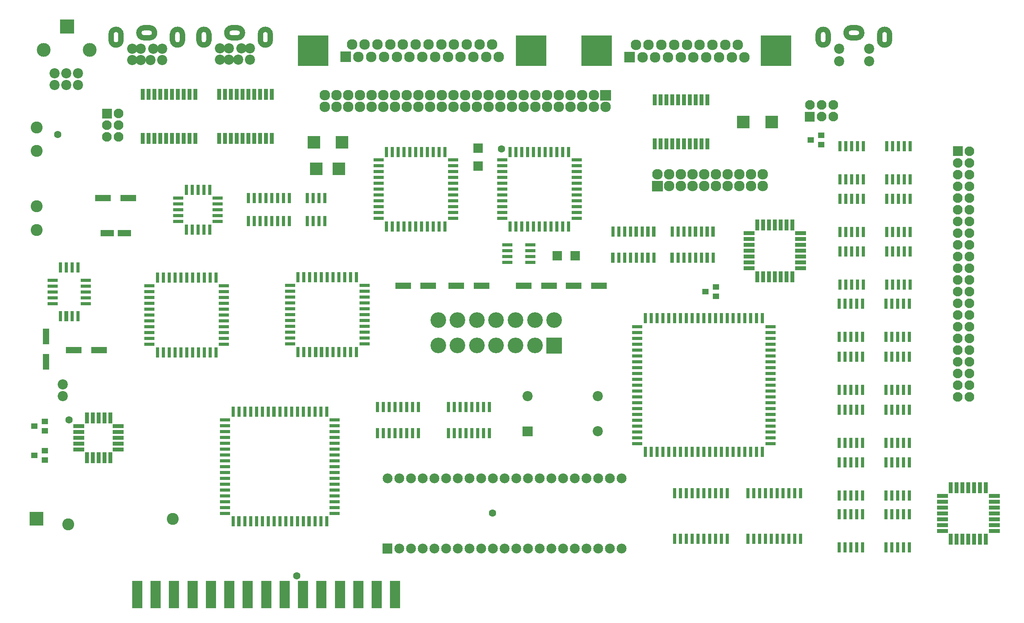
<source format=gbr>
%FSLAX34Y34*%
%MOMM*%
%LNSOLDERMASK_TOP*%
G71*
G01*
%ADD10R,0.800X2.200*%
%ADD11R,2.200X0.800*%
%ADD12R,2.400X0.840*%
%ADD13R,0.840X2.400*%
%ADD14R,3.400X1.400*%
%ADD15R,1.400X3.400*%
%ADD16R,1.420X1.220*%
%ADD17R,2.900X1.400*%
%ADD18C,2.200*%
%ADD19C,2.300*%
%ADD20R,6.700X6.700*%
%ADD21R,2.740X2.740*%
%ADD22C,1.600*%
%ADD23R,2.100X2.000*%
%ADD24R,2.000X2.100*%
%ADD25C,2.150*%
%ADD26C,3.400*%
%ADD27C,2.100*%
%ADD28R,2.200X5.900*%
%ADD29C,2.600*%
%ADD30C,2.200*%
%ADD31C,1.200*%
%ADD32C,3.000*%
%LPD*%
X1536700Y337344D02*
G54D10*
D03*
X1549400Y337344D02*
G54D10*
D03*
X1562100Y337344D02*
G54D10*
D03*
X1574800Y337344D02*
G54D10*
D03*
X1587500Y337344D02*
G54D10*
D03*
X1600200Y337344D02*
G54D10*
D03*
X1612900Y337344D02*
G54D10*
D03*
X1625600Y337344D02*
G54D10*
D03*
X1638300Y337344D02*
G54D10*
D03*
X1651000Y337344D02*
G54D10*
D03*
X1663700Y337344D02*
G54D10*
D03*
X1681700Y319344D02*
G54D11*
D03*
X1681700Y306644D02*
G54D11*
D03*
X1681700Y293944D02*
G54D11*
D03*
X1681700Y281244D02*
G54D11*
D03*
X1681700Y268544D02*
G54D11*
D03*
X1681700Y255844D02*
G54D11*
D03*
X1681700Y243144D02*
G54D11*
D03*
X1681700Y230444D02*
G54D11*
D03*
X1681700Y217744D02*
G54D11*
D03*
X1681700Y205044D02*
G54D11*
D03*
X1681700Y192344D02*
G54D11*
D03*
X1681700Y179644D02*
G54D11*
D03*
X1681700Y166944D02*
G54D11*
D03*
X1681700Y154244D02*
G54D11*
D03*
X1681700Y141544D02*
G54D11*
D03*
X1681700Y128844D02*
G54D11*
D03*
X1681700Y116144D02*
G54D11*
D03*
X1681700Y103444D02*
G54D11*
D03*
X1681700Y90744D02*
G54D11*
D03*
X1681700Y78044D02*
G54D11*
D03*
X1681700Y65344D02*
G54D11*
D03*
X1663700Y47344D02*
G54D10*
D03*
X1651000Y47344D02*
G54D10*
D03*
X1638300Y47344D02*
G54D10*
D03*
X1625600Y47344D02*
G54D10*
D03*
X1612900Y47344D02*
G54D10*
D03*
X1600200Y47344D02*
G54D10*
D03*
X1587500Y47344D02*
G54D10*
D03*
X1574800Y47344D02*
G54D10*
D03*
X1562100Y47344D02*
G54D10*
D03*
X1549400Y47344D02*
G54D10*
D03*
X1536700Y47344D02*
G54D10*
D03*
X1524000Y47344D02*
G54D10*
D03*
X1511300Y47344D02*
G54D10*
D03*
X1498600Y47344D02*
G54D10*
D03*
X1485900Y47344D02*
G54D10*
D03*
X1473200Y47344D02*
G54D10*
D03*
X1460500Y47344D02*
G54D10*
D03*
X1447800Y47344D02*
G54D10*
D03*
X1435100Y47344D02*
G54D10*
D03*
X1422400Y47344D02*
G54D10*
D03*
X1409700Y47344D02*
G54D10*
D03*
X1391700Y65344D02*
G54D11*
D03*
X1391700Y78044D02*
G54D11*
D03*
X1391700Y90744D02*
G54D11*
D03*
X1391700Y103444D02*
G54D11*
D03*
X1391700Y116144D02*
G54D11*
D03*
X1391700Y128844D02*
G54D11*
D03*
X1391700Y141544D02*
G54D11*
D03*
X1391700Y154244D02*
G54D11*
D03*
X1391700Y166944D02*
G54D11*
D03*
X1391700Y179644D02*
G54D11*
D03*
X1391700Y192344D02*
G54D11*
D03*
X1391700Y205044D02*
G54D11*
D03*
X1391700Y217744D02*
G54D11*
D03*
X1391700Y230444D02*
G54D11*
D03*
X1391700Y243144D02*
G54D11*
D03*
X1391700Y255844D02*
G54D11*
D03*
X1391700Y268544D02*
G54D11*
D03*
X1391700Y281244D02*
G54D11*
D03*
X1391700Y293944D02*
G54D11*
D03*
X1391700Y306644D02*
G54D11*
D03*
X1391700Y319344D02*
G54D11*
D03*
X1409700Y337344D02*
G54D10*
D03*
X1422400Y337344D02*
G54D10*
D03*
X1435100Y337344D02*
G54D10*
D03*
X1447800Y337344D02*
G54D10*
D03*
X1460500Y337344D02*
G54D10*
D03*
X1473200Y337344D02*
G54D10*
D03*
X1485900Y337344D02*
G54D10*
D03*
X1498600Y337344D02*
G54D10*
D03*
X1511300Y337344D02*
G54D10*
D03*
X1524000Y337344D02*
G54D10*
D03*
X1098512Y617500D02*
G54D11*
D03*
X1098512Y604800D02*
G54D11*
D03*
X1098512Y592100D02*
G54D11*
D03*
X1098512Y579400D02*
G54D11*
D03*
X1098512Y566700D02*
G54D11*
D03*
X1098512Y554000D02*
G54D11*
D03*
X1116012Y536500D02*
G54D10*
D03*
X1128712Y536500D02*
G54D10*
D03*
X1141412Y536500D02*
G54D10*
D03*
X1154112Y536500D02*
G54D10*
D03*
X1166812Y536500D02*
G54D10*
D03*
X1179512Y536500D02*
G54D10*
D03*
X1192212Y536500D02*
G54D10*
D03*
X1204912Y536500D02*
G54D10*
D03*
X1217612Y536500D02*
G54D10*
D03*
X1230312Y536500D02*
G54D10*
D03*
X1243012Y536500D02*
G54D10*
D03*
X1260512Y554000D02*
G54D11*
D03*
X1260512Y566700D02*
G54D11*
D03*
X1260512Y579400D02*
G54D11*
D03*
X1260512Y592100D02*
G54D11*
D03*
X1260512Y604800D02*
G54D11*
D03*
X1260513Y617500D02*
G54D11*
D03*
X1260513Y630200D02*
G54D11*
D03*
X1260513Y642900D02*
G54D11*
D03*
X1260513Y655600D02*
G54D11*
D03*
X1260513Y668300D02*
G54D11*
D03*
X1260512Y681000D02*
G54D11*
D03*
X1243013Y698500D02*
G54D10*
D03*
X1230312Y698500D02*
G54D10*
D03*
X1217612Y698500D02*
G54D10*
D03*
X1204912Y698500D02*
G54D10*
D03*
X1192212Y698500D02*
G54D10*
D03*
X1179512Y698500D02*
G54D10*
D03*
X1166812Y698500D02*
G54D10*
D03*
X1154112Y698500D02*
G54D10*
D03*
X1141412Y698500D02*
G54D10*
D03*
X1128712Y698500D02*
G54D10*
D03*
X1116012Y698500D02*
G54D10*
D03*
X1098512Y681000D02*
G54D11*
D03*
X1098512Y668300D02*
G54D11*
D03*
X1098512Y655600D02*
G54D11*
D03*
X1098512Y642900D02*
G54D11*
D03*
X1098512Y630200D02*
G54D11*
D03*
X911225Y698500D02*
G54D10*
D03*
X898525Y698500D02*
G54D10*
D03*
X885825Y698500D02*
G54D10*
D03*
X873125Y698500D02*
G54D10*
D03*
X860425Y698500D02*
G54D10*
D03*
X847725Y698500D02*
G54D10*
D03*
X830225Y681000D02*
G54D11*
D03*
X830225Y668300D02*
G54D11*
D03*
X830225Y655600D02*
G54D11*
D03*
X830225Y642900D02*
G54D11*
D03*
X830225Y630200D02*
G54D11*
D03*
X830225Y617500D02*
G54D11*
D03*
X830225Y604800D02*
G54D11*
D03*
X830225Y592100D02*
G54D11*
D03*
X830225Y579400D02*
G54D11*
D03*
X830225Y566700D02*
G54D11*
D03*
X830225Y554000D02*
G54D11*
D03*
X847725Y536500D02*
G54D10*
D03*
X860425Y536500D02*
G54D10*
D03*
X873125Y536500D02*
G54D10*
D03*
X885825Y536500D02*
G54D10*
D03*
X898525Y536500D02*
G54D10*
D03*
X911225Y536500D02*
G54D10*
D03*
X923925Y536500D02*
G54D10*
D03*
X936625Y536500D02*
G54D10*
D03*
X949325Y536500D02*
G54D10*
D03*
X962025Y536500D02*
G54D10*
D03*
X974725Y536500D02*
G54D10*
D03*
X992225Y554000D02*
G54D11*
D03*
X992225Y566700D02*
G54D11*
D03*
X992225Y579400D02*
G54D11*
D03*
X992225Y592100D02*
G54D11*
D03*
X992225Y604800D02*
G54D11*
D03*
X992225Y617500D02*
G54D11*
D03*
X992225Y630200D02*
G54D11*
D03*
X992225Y642900D02*
G54D11*
D03*
X992225Y655600D02*
G54D11*
D03*
X992225Y668300D02*
G54D11*
D03*
X992225Y681000D02*
G54D11*
D03*
X974725Y698500D02*
G54D10*
D03*
X962025Y698500D02*
G54D10*
D03*
X949325Y698500D02*
G54D10*
D03*
X936625Y698500D02*
G54D10*
D03*
X923925Y698500D02*
G54D10*
D03*
X800138Y345244D02*
G54D11*
D03*
X800138Y357944D02*
G54D11*
D03*
X800138Y370644D02*
G54D11*
D03*
X800138Y383344D02*
G54D11*
D03*
X800138Y396044D02*
G54D11*
D03*
X800138Y408744D02*
G54D11*
D03*
X782638Y426244D02*
G54D10*
D03*
X769938Y426244D02*
G54D10*
D03*
X757238Y426244D02*
G54D10*
D03*
X744538Y426244D02*
G54D10*
D03*
X731838Y426244D02*
G54D10*
D03*
X719138Y426244D02*
G54D10*
D03*
X706438Y426244D02*
G54D10*
D03*
X693738Y426244D02*
G54D10*
D03*
X681038Y426244D02*
G54D10*
D03*
X668338Y426244D02*
G54D10*
D03*
X655638Y426244D02*
G54D10*
D03*
X638138Y408744D02*
G54D11*
D03*
X638138Y396044D02*
G54D11*
D03*
X638138Y383344D02*
G54D11*
D03*
X638138Y370644D02*
G54D11*
D03*
X638138Y357944D02*
G54D11*
D03*
X638138Y345244D02*
G54D11*
D03*
X638138Y332544D02*
G54D11*
D03*
X638138Y319844D02*
G54D11*
D03*
X638138Y307144D02*
G54D11*
D03*
X638138Y294444D02*
G54D11*
D03*
X638138Y281744D02*
G54D11*
D03*
X655638Y264244D02*
G54D10*
D03*
X668338Y264244D02*
G54D10*
D03*
X681038Y264244D02*
G54D10*
D03*
G36*
X689737Y275244D02*
X697737Y275244D01*
X697738Y253244D01*
X689738Y253244D01*
X689737Y275244D01*
G37*
G36*
X702437Y275244D02*
X710437Y275244D01*
X710438Y253244D01*
X702438Y253244D01*
X702437Y275244D01*
G37*
X719138Y264244D02*
G54D10*
D03*
X731838Y264244D02*
G54D10*
D03*
X744538Y264244D02*
G54D10*
D03*
X757238Y264244D02*
G54D10*
D03*
X769938Y264244D02*
G54D10*
D03*
X782638Y264244D02*
G54D10*
D03*
X800138Y281744D02*
G54D11*
D03*
X800138Y294444D02*
G54D11*
D03*
X800138Y307144D02*
G54D11*
D03*
X800138Y319844D02*
G54D11*
D03*
X800138Y332544D02*
G54D11*
D03*
X494544Y344450D02*
G54D11*
D03*
X494544Y357150D02*
G54D11*
D03*
X494544Y369850D02*
G54D11*
D03*
X494544Y382550D02*
G54D11*
D03*
X494544Y395250D02*
G54D11*
D03*
X494544Y407950D02*
G54D11*
D03*
X477044Y425450D02*
G54D10*
D03*
X464344Y425450D02*
G54D10*
D03*
X451644Y425450D02*
G54D10*
D03*
X438944Y425450D02*
G54D10*
D03*
X426244Y425450D02*
G54D10*
D03*
X413544Y425450D02*
G54D10*
D03*
X400844Y425450D02*
G54D10*
D03*
X388144Y425450D02*
G54D10*
D03*
X375444Y425450D02*
G54D10*
D03*
X362744Y425450D02*
G54D10*
D03*
X350044Y425450D02*
G54D10*
D03*
X332544Y407950D02*
G54D11*
D03*
X332544Y395250D02*
G54D11*
D03*
X332544Y382550D02*
G54D11*
D03*
X332544Y369850D02*
G54D11*
D03*
X332544Y357150D02*
G54D11*
D03*
X332544Y344450D02*
G54D11*
D03*
X332544Y331750D02*
G54D11*
D03*
X332544Y319050D02*
G54D11*
D03*
X332544Y306350D02*
G54D11*
D03*
X332544Y293650D02*
G54D11*
D03*
X332544Y280950D02*
G54D11*
D03*
X350044Y263450D02*
G54D10*
D03*
X362744Y263450D02*
G54D10*
D03*
X375444Y263450D02*
G54D10*
D03*
X388144Y263450D02*
G54D10*
D03*
X400844Y263450D02*
G54D10*
D03*
X413544Y263450D02*
G54D10*
D03*
X426244Y263450D02*
G54D10*
D03*
X438944Y263450D02*
G54D10*
D03*
X451644Y263450D02*
G54D10*
D03*
X464344Y263450D02*
G54D10*
D03*
X477044Y263450D02*
G54D10*
D03*
X494544Y280950D02*
G54D11*
D03*
X494544Y293650D02*
G54D11*
D03*
X494544Y306350D02*
G54D11*
D03*
X494544Y319050D02*
G54D11*
D03*
X494544Y331750D02*
G54D11*
D03*
X395150Y572950D02*
G54D11*
D03*
X395150Y560250D02*
G54D11*
D03*
X395150Y547550D02*
G54D11*
D03*
X412750Y529950D02*
G54D10*
D03*
X425450Y529950D02*
G54D10*
D03*
X438150Y529950D02*
G54D10*
D03*
X450850Y529950D02*
G54D10*
D03*
X463550Y529950D02*
G54D10*
D03*
X481150Y547550D02*
G54D11*
D03*
X481150Y560250D02*
G54D11*
D03*
X481150Y572950D02*
G54D11*
D03*
X481150Y585650D02*
G54D11*
D03*
X481150Y598350D02*
G54D11*
D03*
X463550Y615950D02*
G54D10*
D03*
X450850Y615950D02*
G54D10*
D03*
X438150Y615950D02*
G54D10*
D03*
X425450Y615950D02*
G54D10*
D03*
X412750Y615950D02*
G54D10*
D03*
X395150Y598350D02*
G54D11*
D03*
X395150Y585650D02*
G54D11*
D03*
X615950Y-103856D02*
G54D10*
D03*
X628650Y-103856D02*
G54D10*
D03*
X641350Y-103856D02*
G54D10*
D03*
X654050Y-103856D02*
G54D10*
D03*
X666750Y-103856D02*
G54D10*
D03*
G36*
X675450Y-92856D02*
X683450Y-92856D01*
X683450Y-114856D01*
X675450Y-114856D01*
X675450Y-92856D01*
G37*
X692150Y-103856D02*
G54D10*
D03*
X704850Y-103856D02*
G54D10*
D03*
X717550Y-103856D02*
G54D10*
D03*
X734950Y-86456D02*
G54D11*
D03*
X734950Y-73756D02*
G54D11*
D03*
X734950Y-61056D02*
G54D11*
D03*
X734950Y-48356D02*
G54D11*
D03*
X734950Y-35656D02*
G54D11*
D03*
X734950Y-22956D02*
G54D11*
D03*
X734950Y-10256D02*
G54D11*
D03*
X734950Y2444D02*
G54D11*
D03*
X734950Y15144D02*
G54D11*
D03*
X734950Y27844D02*
G54D11*
D03*
X734950Y40544D02*
G54D11*
D03*
X734950Y53244D02*
G54D11*
D03*
X734950Y65944D02*
G54D11*
D03*
X734950Y78644D02*
G54D11*
D03*
X734950Y91344D02*
G54D11*
D03*
X734950Y104044D02*
G54D11*
D03*
X734950Y116744D02*
G54D11*
D03*
X717550Y134144D02*
G54D10*
D03*
X704850Y134144D02*
G54D10*
D03*
X692150Y134144D02*
G54D10*
D03*
X679450Y134144D02*
G54D10*
D03*
X666750Y134144D02*
G54D10*
D03*
X654050Y134144D02*
G54D10*
D03*
X641350Y134144D02*
G54D10*
D03*
X628650Y134144D02*
G54D10*
D03*
X615950Y134144D02*
G54D10*
D03*
G36*
X599250Y145144D02*
X607250Y145144D01*
X607250Y123144D01*
X599250Y123144D01*
X599250Y145144D01*
G37*
X590550Y134144D02*
G54D10*
D03*
X577850Y134144D02*
G54D10*
D03*
X565150Y134144D02*
G54D10*
D03*
X552450Y134144D02*
G54D10*
D03*
X539750Y134144D02*
G54D10*
D03*
X527050Y134144D02*
G54D10*
D03*
X514350Y134144D02*
G54D10*
D03*
X496950Y116744D02*
G54D11*
D03*
X496950Y104044D02*
G54D11*
D03*
X496950Y91344D02*
G54D11*
D03*
X496950Y78644D02*
G54D11*
D03*
X496950Y65944D02*
G54D11*
D03*
X496950Y53244D02*
G54D11*
D03*
X496950Y40544D02*
G54D11*
D03*
X496950Y27844D02*
G54D11*
D03*
X496950Y15144D02*
G54D11*
D03*
X496950Y2444D02*
G54D11*
D03*
X496950Y-10256D02*
G54D11*
D03*
X496950Y-22956D02*
G54D11*
D03*
X496950Y-35656D02*
G54D11*
D03*
X496950Y-48356D02*
G54D11*
D03*
X496950Y-61056D02*
G54D11*
D03*
X496950Y-73756D02*
G54D11*
D03*
X496950Y-86456D02*
G54D11*
D03*
X514350Y-103856D02*
G54D10*
D03*
G36*
X523050Y-92856D02*
X531050Y-92856D01*
X531050Y-114856D01*
X523050Y-114856D01*
X523050Y-92856D01*
G37*
X539750Y-103856D02*
G54D10*
D03*
X552450Y-103856D02*
G54D10*
D03*
X565150Y-103856D02*
G54D10*
D03*
X577850Y-103856D02*
G54D10*
D03*
X590550Y-103856D02*
G54D10*
D03*
X603250Y-103856D02*
G54D10*
D03*
X265250Y77650D02*
G54D12*
D03*
X265250Y90350D02*
G54D12*
D03*
X265250Y103050D02*
G54D12*
D03*
X247650Y120650D02*
G54D13*
D03*
X234950Y120650D02*
G54D13*
D03*
X222250Y120650D02*
G54D13*
D03*
X209550Y120650D02*
G54D13*
D03*
X196850Y120650D02*
G54D13*
D03*
X179250Y103050D02*
G54D12*
D03*
X179250Y90350D02*
G54D12*
D03*
X179250Y77650D02*
G54D12*
D03*
X179250Y64950D02*
G54D12*
D03*
X179250Y52250D02*
G54D12*
D03*
X196850Y34650D02*
G54D13*
D03*
X209550Y34650D02*
G54D13*
D03*
X222250Y34650D02*
G54D13*
D03*
X234950Y34650D02*
G54D13*
D03*
X247650Y34650D02*
G54D13*
D03*
X265250Y52250D02*
G54D12*
D03*
X265250Y64950D02*
G54D12*
D03*
X165100Y341675D02*
G54D10*
D03*
X177700Y341675D02*
G54D10*
D03*
X194700Y369275D02*
G54D11*
D03*
X194700Y381975D02*
G54D11*
D03*
X194700Y394675D02*
G54D11*
D03*
X194700Y407375D02*
G54D11*
D03*
X194700Y420075D02*
G54D11*
D03*
X177700Y447675D02*
G54D10*
D03*
X165100Y447675D02*
G54D10*
D03*
X152300Y447675D02*
G54D10*
D03*
X139700Y447675D02*
G54D10*
D03*
X122700Y420075D02*
G54D11*
D03*
X122700Y407375D02*
G54D11*
D03*
X122700Y394675D02*
G54D11*
D03*
X122700Y381975D02*
G54D11*
D03*
X122700Y369275D02*
G54D11*
D03*
X139700Y341675D02*
G54D10*
D03*
G36*
X148300Y352675D02*
X156300Y352675D01*
X156300Y330675D01*
X148300Y330675D01*
X148300Y352675D01*
G37*
X1690688Y539750D02*
G54D13*
D03*
X1677988Y539750D02*
G54D13*
D03*
X1665288Y539750D02*
G54D13*
D03*
X1652588Y539750D02*
G54D13*
D03*
X1634688Y521850D02*
G54D12*
D03*
X1634688Y509150D02*
G54D12*
D03*
X1634688Y496450D02*
G54D12*
D03*
X1634688Y483750D02*
G54D12*
D03*
X1634688Y471050D02*
G54D12*
D03*
X1634688Y458350D02*
G54D12*
D03*
X1634688Y445650D02*
G54D12*
D03*
X1652588Y427750D02*
G54D13*
D03*
X1665288Y427750D02*
G54D13*
D03*
X1677988Y427750D02*
G54D13*
D03*
X1690688Y427750D02*
G54D13*
D03*
X1703388Y427750D02*
G54D13*
D03*
X1716088Y427750D02*
G54D13*
D03*
X1728788Y427750D02*
G54D13*
D03*
X1746688Y445650D02*
G54D12*
D03*
X1746688Y458350D02*
G54D12*
D03*
X1746688Y471050D02*
G54D12*
D03*
X1746688Y483750D02*
G54D12*
D03*
X1746688Y496450D02*
G54D12*
D03*
X1746688Y509150D02*
G54D12*
D03*
X1746688Y521850D02*
G54D12*
D03*
X1728788Y539750D02*
G54D13*
D03*
X1716088Y539750D02*
G54D13*
D03*
X1703388Y539750D02*
G54D13*
D03*
X1159709Y458540D02*
G54D11*
D03*
X1159709Y471240D02*
G54D11*
D03*
X1159709Y483940D02*
G54D11*
D03*
X1159709Y496640D02*
G54D11*
D03*
X1109709Y496640D02*
G54D11*
D03*
X1109709Y483940D02*
G54D11*
D03*
X1109709Y471240D02*
G54D11*
D03*
X1109709Y458540D02*
G54D11*
D03*
X675481Y548488D02*
G54D10*
D03*
X688181Y548488D02*
G54D10*
D03*
X700881Y548488D02*
G54D10*
D03*
X713581Y548488D02*
G54D10*
D03*
X713581Y598488D02*
G54D10*
D03*
X700881Y598488D02*
G54D10*
D03*
X688181Y598488D02*
G54D10*
D03*
X675481Y598488D02*
G54D10*
D03*
X1587500Y-42862D02*
G54D10*
D03*
X1574800Y-42862D02*
G54D10*
D03*
X1562100Y-42862D02*
G54D10*
D03*
X1549400Y-42862D02*
G54D10*
D03*
X1536700Y-42862D02*
G54D10*
D03*
X1524000Y-42862D02*
G54D10*
D03*
X1511300Y-42862D02*
G54D10*
D03*
X1498600Y-42862D02*
G54D10*
D03*
X1485900Y-42862D02*
G54D10*
D03*
X1473200Y-42862D02*
G54D10*
D03*
X1473200Y-141212D02*
G54D10*
D03*
X1485900Y-141212D02*
G54D10*
D03*
X1498600Y-141212D02*
G54D10*
D03*
X1511300Y-141212D02*
G54D10*
D03*
X1524000Y-141212D02*
G54D10*
D03*
X1536700Y-141212D02*
G54D10*
D03*
X1549400Y-141212D02*
G54D10*
D03*
X1562100Y-141212D02*
G54D10*
D03*
X1574800Y-141212D02*
G54D10*
D03*
X1587500Y-141212D02*
G54D10*
D03*
X1830388Y-160106D02*
G54D10*
D03*
X1843088Y-160106D02*
G54D10*
D03*
X1855788Y-160106D02*
G54D10*
D03*
X1868488Y-160106D02*
G54D10*
D03*
X1881188Y-160106D02*
G54D10*
D03*
X1931988Y-160106D02*
G54D10*
D03*
X1944688Y-160106D02*
G54D10*
D03*
X1957388Y-160106D02*
G54D10*
D03*
X1970088Y-160106D02*
G54D10*
D03*
X1982788Y-160106D02*
G54D10*
D03*
X1982788Y-88106D02*
G54D10*
D03*
X1970088Y-88106D02*
G54D10*
D03*
X1957388Y-88106D02*
G54D10*
D03*
X1944688Y-88106D02*
G54D10*
D03*
X1931988Y-88106D02*
G54D10*
D03*
X1881188Y-88106D02*
G54D10*
D03*
X1868488Y-88106D02*
G54D10*
D03*
X1855788Y-88106D02*
G54D10*
D03*
X1843088Y-88106D02*
G54D10*
D03*
X1830388Y-88106D02*
G54D10*
D03*
X1830388Y-47394D02*
G54D10*
D03*
X1843088Y-47394D02*
G54D10*
D03*
X1855788Y-47394D02*
G54D10*
D03*
X1868488Y-47394D02*
G54D10*
D03*
X1881188Y-47394D02*
G54D10*
D03*
X1931988Y-47394D02*
G54D10*
D03*
X1944688Y-47394D02*
G54D10*
D03*
X1957388Y-47394D02*
G54D10*
D03*
X1970088Y-47394D02*
G54D10*
D03*
X1982788Y-47394D02*
G54D10*
D03*
X1982788Y24606D02*
G54D10*
D03*
X1970088Y24606D02*
G54D10*
D03*
X1957388Y24606D02*
G54D10*
D03*
X1944688Y24606D02*
G54D10*
D03*
X1931988Y24606D02*
G54D10*
D03*
X1881188Y24606D02*
G54D10*
D03*
X1868488Y24606D02*
G54D10*
D03*
X1855788Y24606D02*
G54D10*
D03*
X1843088Y24606D02*
G54D10*
D03*
X1830388Y24606D02*
G54D10*
D03*
X1830388Y66906D02*
G54D10*
D03*
X1843088Y66906D02*
G54D10*
D03*
X1855788Y66906D02*
G54D10*
D03*
X1868488Y66906D02*
G54D10*
D03*
X1881188Y66906D02*
G54D10*
D03*
X1931988Y66906D02*
G54D10*
D03*
X1944688Y66906D02*
G54D10*
D03*
X1957388Y66906D02*
G54D10*
D03*
X1970088Y66906D02*
G54D10*
D03*
X1982788Y66906D02*
G54D10*
D03*
X1982788Y138906D02*
G54D10*
D03*
X1970088Y138906D02*
G54D10*
D03*
X1957388Y138906D02*
G54D10*
D03*
X1944688Y138906D02*
G54D10*
D03*
X1931988Y138906D02*
G54D10*
D03*
X1881188Y138906D02*
G54D10*
D03*
X1868488Y138906D02*
G54D10*
D03*
X1855788Y138906D02*
G54D10*
D03*
X1843088Y138906D02*
G54D10*
D03*
X1830388Y138906D02*
G54D10*
D03*
X1830388Y182000D02*
G54D10*
D03*
X1843088Y182000D02*
G54D10*
D03*
X1855788Y182000D02*
G54D10*
D03*
X1868488Y182000D02*
G54D10*
D03*
X1881188Y182000D02*
G54D10*
D03*
X1931988Y182000D02*
G54D10*
D03*
X1944688Y182000D02*
G54D10*
D03*
X1957388Y182000D02*
G54D10*
D03*
X1970088Y182000D02*
G54D10*
D03*
X1982788Y182000D02*
G54D10*
D03*
X1982788Y254000D02*
G54D10*
D03*
X1970088Y254000D02*
G54D10*
D03*
X1957388Y254000D02*
G54D10*
D03*
X1944688Y254000D02*
G54D10*
D03*
X1931988Y254000D02*
G54D10*
D03*
X1881188Y254000D02*
G54D10*
D03*
X1868488Y254000D02*
G54D10*
D03*
X1855788Y254000D02*
G54D10*
D03*
X1843088Y254000D02*
G54D10*
D03*
X1830388Y254000D02*
G54D10*
D03*
X1830388Y297094D02*
G54D10*
D03*
X1843088Y297094D02*
G54D10*
D03*
X1855788Y297094D02*
G54D10*
D03*
X1868488Y297094D02*
G54D10*
D03*
X1881188Y297094D02*
G54D10*
D03*
X1931988Y297094D02*
G54D10*
D03*
X1944688Y297094D02*
G54D10*
D03*
X1957388Y297094D02*
G54D10*
D03*
X1970088Y297094D02*
G54D10*
D03*
X1982788Y297094D02*
G54D10*
D03*
X1982788Y369094D02*
G54D10*
D03*
X1970088Y369094D02*
G54D10*
D03*
X1957388Y369094D02*
G54D10*
D03*
X1944688Y369094D02*
G54D10*
D03*
X1931988Y369094D02*
G54D10*
D03*
X1881188Y369094D02*
G54D10*
D03*
X1868488Y369094D02*
G54D10*
D03*
X1855788Y369094D02*
G54D10*
D03*
X1843088Y369094D02*
G54D10*
D03*
X1830388Y369094D02*
G54D10*
D03*
X1831975Y410600D02*
G54D10*
D03*
X1844675Y410600D02*
G54D10*
D03*
X1857375Y410600D02*
G54D10*
D03*
X1870075Y410600D02*
G54D10*
D03*
X1882775Y410600D02*
G54D10*
D03*
X1933575Y410600D02*
G54D10*
D03*
X1946275Y410600D02*
G54D10*
D03*
X1958975Y410600D02*
G54D10*
D03*
X1971675Y410600D02*
G54D10*
D03*
X1984375Y410600D02*
G54D10*
D03*
X1984375Y482600D02*
G54D10*
D03*
X1971675Y482600D02*
G54D10*
D03*
X1958975Y482600D02*
G54D10*
D03*
X1946275Y482600D02*
G54D10*
D03*
X1933575Y482600D02*
G54D10*
D03*
X1882775Y482600D02*
G54D10*
D03*
X1870075Y482600D02*
G54D10*
D03*
X1857375Y482600D02*
G54D10*
D03*
X1844675Y482600D02*
G54D10*
D03*
X1831975Y482600D02*
G54D10*
D03*
X1831975Y524900D02*
G54D10*
D03*
X1844675Y524900D02*
G54D10*
D03*
X1857375Y524900D02*
G54D10*
D03*
X1870075Y524900D02*
G54D10*
D03*
X1882775Y524900D02*
G54D10*
D03*
X1933575Y524900D02*
G54D10*
D03*
X1946275Y524900D02*
G54D10*
D03*
X1958975Y524900D02*
G54D10*
D03*
X1971675Y524900D02*
G54D10*
D03*
X1984375Y524900D02*
G54D10*
D03*
X1984375Y596900D02*
G54D10*
D03*
X1971675Y596900D02*
G54D10*
D03*
X1958975Y596900D02*
G54D10*
D03*
X1946275Y596900D02*
G54D10*
D03*
X1933575Y596900D02*
G54D10*
D03*
X1882775Y596900D02*
G54D10*
D03*
X1870075Y596900D02*
G54D10*
D03*
X1857375Y596900D02*
G54D10*
D03*
X1844675Y596900D02*
G54D10*
D03*
X1831975Y596900D02*
G54D10*
D03*
X1831975Y639200D02*
G54D10*
D03*
X1844675Y639200D02*
G54D10*
D03*
X1857375Y639200D02*
G54D10*
D03*
X1870075Y639200D02*
G54D10*
D03*
X1882775Y639200D02*
G54D10*
D03*
X1933575Y639200D02*
G54D10*
D03*
X1946275Y639200D02*
G54D10*
D03*
X1958975Y639200D02*
G54D10*
D03*
X1971675Y639200D02*
G54D10*
D03*
X1984375Y639200D02*
G54D10*
D03*
X1984375Y711200D02*
G54D10*
D03*
X1971675Y711200D02*
G54D10*
D03*
X1958975Y711200D02*
G54D10*
D03*
X1946275Y711200D02*
G54D10*
D03*
X1933575Y711200D02*
G54D10*
D03*
X1882775Y711200D02*
G54D10*
D03*
X1870075Y711200D02*
G54D10*
D03*
X1857375Y711200D02*
G54D10*
D03*
X1844675Y711200D02*
G54D10*
D03*
X1831975Y711200D02*
G54D10*
D03*
X1200150Y407988D02*
G54D14*
D03*
X1145381Y407988D02*
G54D14*
D03*
X1308894Y407988D02*
G54D14*
D03*
X1254125Y407988D02*
G54D14*
D03*
G36*
X1463643Y480112D02*
X1471643Y480113D01*
X1471644Y458113D01*
X1463644Y458112D01*
X1463643Y480112D01*
G37*
X1480344Y469112D02*
G54D10*
D03*
X1493044Y469112D02*
G54D10*
D03*
X1505744Y469112D02*
G54D10*
D03*
X1518444Y469112D02*
G54D10*
D03*
X1531144Y469112D02*
G54D10*
D03*
G36*
X1539844Y480112D02*
X1547844Y480113D01*
X1547844Y458113D01*
X1539844Y458112D01*
X1539844Y480112D01*
G37*
X1556544Y469112D02*
G54D10*
D03*
G36*
X1552544Y536462D02*
X1560544Y536463D01*
X1560544Y514463D01*
X1552544Y514462D01*
X1552544Y536462D01*
G37*
G36*
X1539844Y536462D02*
X1547844Y536462D01*
X1547844Y514462D01*
X1539844Y514462D01*
X1539844Y536462D01*
G37*
X1531144Y525462D02*
G54D10*
D03*
G36*
X1514444Y536462D02*
X1522444Y536462D01*
X1522444Y514462D01*
X1514444Y514462D01*
X1514444Y536462D01*
G37*
X1505744Y525462D02*
G54D10*
D03*
X1493044Y525462D02*
G54D10*
D03*
X1480344Y525462D02*
G54D10*
D03*
X1467644Y525462D02*
G54D10*
D03*
X938212Y407988D02*
G54D14*
D03*
X883444Y407988D02*
G54D14*
D03*
X1054100Y407988D02*
G54D14*
D03*
X999331Y407988D02*
G54D14*
D03*
X636588Y598488D02*
G54D10*
D03*
X623888Y598488D02*
G54D10*
D03*
X611188Y598488D02*
G54D10*
D03*
X598488Y598488D02*
G54D10*
D03*
X585788Y598488D02*
G54D10*
D03*
X573088Y598488D02*
G54D10*
D03*
X560388Y598488D02*
G54D10*
D03*
X547688Y598488D02*
G54D10*
D03*
X547688Y548488D02*
G54D10*
D03*
X560388Y548488D02*
G54D10*
D03*
X573088Y548488D02*
G54D10*
D03*
X585788Y548488D02*
G54D10*
D03*
X598488Y548488D02*
G54D10*
D03*
X611188Y548488D02*
G54D10*
D03*
X623888Y548488D02*
G54D10*
D03*
X636588Y548488D02*
G54D10*
D03*
X286544Y598488D02*
G54D14*
D03*
X231775Y598488D02*
G54D14*
D03*
X223044Y268288D02*
G54D14*
D03*
X168275Y268288D02*
G54D14*
D03*
X108179Y242778D02*
G54D15*
D03*
X108179Y297547D02*
G54D15*
D03*
X82550Y103188D02*
G54D16*
D03*
X105450Y92988D02*
G54D16*
D03*
X105450Y113388D02*
G54D16*
D03*
X82550Y39688D02*
G54D16*
D03*
X105450Y29488D02*
G54D16*
D03*
X105450Y49888D02*
G54D16*
D03*
X1768475Y724694D02*
G54D16*
D03*
X1791375Y714494D02*
G54D16*
D03*
X1791375Y734894D02*
G54D16*
D03*
X2055019Y-86519D02*
G54D12*
D03*
X2055019Y-99219D02*
G54D12*
D03*
X2055019Y-111919D02*
G54D12*
D03*
X2055019Y-124619D02*
G54D12*
D03*
X2072919Y-142519D02*
G54D13*
D03*
X2085619Y-142519D02*
G54D13*
D03*
X2098319Y-142519D02*
G54D13*
D03*
X2111019Y-142519D02*
G54D13*
D03*
X2123719Y-142519D02*
G54D13*
D03*
X2136419Y-142519D02*
G54D13*
D03*
X2149119Y-142519D02*
G54D13*
D03*
X2167019Y-124619D02*
G54D12*
D03*
X2167019Y-111919D02*
G54D12*
D03*
X2167019Y-99219D02*
G54D12*
D03*
X2167019Y-86519D02*
G54D12*
D03*
X2167019Y-73819D02*
G54D12*
D03*
X2167019Y-61119D02*
G54D12*
D03*
X2167019Y-48419D02*
G54D12*
D03*
X2149119Y-30519D02*
G54D13*
D03*
X2136419Y-30519D02*
G54D13*
D03*
X2123719Y-30519D02*
G54D13*
D03*
X2111019Y-30519D02*
G54D13*
D03*
X2098319Y-30519D02*
G54D13*
D03*
X2085619Y-30519D02*
G54D13*
D03*
X2072919Y-30519D02*
G54D13*
D03*
X2055019Y-48419D02*
G54D12*
D03*
X2055019Y-61119D02*
G54D12*
D03*
X2055019Y-73819D02*
G54D12*
D03*
X241300Y522288D02*
G54D17*
D03*
X278606Y522288D02*
G54D17*
D03*
G36*
X1142716Y102678D02*
X1164716Y102678D01*
X1164716Y80678D01*
X1142716Y80678D01*
X1142716Y102678D01*
G37*
X1306116Y91678D02*
G54D18*
D03*
X1306116Y167878D02*
G54D18*
D03*
X1153716Y167878D02*
G54D18*
D03*
X484188Y727912D02*
G54D13*
D03*
X496888Y727912D02*
G54D13*
D03*
X509588Y727912D02*
G54D13*
D03*
X522288Y727912D02*
G54D13*
D03*
X534988Y727912D02*
G54D13*
D03*
X547688Y727912D02*
G54D13*
D03*
X560388Y727912D02*
G54D13*
D03*
X573088Y727912D02*
G54D13*
D03*
X585788Y727912D02*
G54D13*
D03*
X598488Y727912D02*
G54D13*
D03*
X598488Y823912D02*
G54D13*
D03*
X585788Y823912D02*
G54D13*
D03*
X573088Y823912D02*
G54D13*
D03*
X560388Y823912D02*
G54D13*
D03*
X547688Y823912D02*
G54D13*
D03*
X534988Y823912D02*
G54D13*
D03*
X522288Y823912D02*
G54D13*
D03*
X509588Y823912D02*
G54D13*
D03*
X496888Y823912D02*
G54D13*
D03*
X484188Y823912D02*
G54D13*
D03*
X318294Y727912D02*
G54D13*
D03*
X330994Y727912D02*
G54D13*
D03*
X343694Y727912D02*
G54D13*
D03*
X356394Y727912D02*
G54D13*
D03*
X369094Y727912D02*
G54D13*
D03*
X381794Y727912D02*
G54D13*
D03*
X394494Y727912D02*
G54D13*
D03*
X407194Y727912D02*
G54D13*
D03*
X419894Y727912D02*
G54D13*
D03*
X432594Y727912D02*
G54D13*
D03*
X432594Y823912D02*
G54D13*
D03*
X419894Y823912D02*
G54D13*
D03*
X407194Y823912D02*
G54D13*
D03*
X394494Y823912D02*
G54D13*
D03*
X381794Y823912D02*
G54D13*
D03*
X369094Y823912D02*
G54D13*
D03*
X356394Y823912D02*
G54D13*
D03*
X343694Y823912D02*
G54D13*
D03*
X330994Y823912D02*
G54D13*
D03*
X318294Y823912D02*
G54D13*
D03*
X1429544Y716006D02*
G54D13*
D03*
X1442244Y716006D02*
G54D13*
D03*
X1454944Y716006D02*
G54D13*
D03*
X1467644Y716006D02*
G54D13*
D03*
X1480344Y716006D02*
G54D13*
D03*
X1493044Y716006D02*
G54D13*
D03*
X1505744Y716006D02*
G54D13*
D03*
X1518444Y716006D02*
G54D13*
D03*
X1531144Y716006D02*
G54D13*
D03*
X1543844Y716006D02*
G54D13*
D03*
X1543844Y812006D02*
G54D13*
D03*
X1531144Y812006D02*
G54D13*
D03*
X1518444Y812006D02*
G54D13*
D03*
X1505744Y812006D02*
G54D13*
D03*
X1493044Y812006D02*
G54D13*
D03*
X1480344Y812006D02*
G54D13*
D03*
X1467644Y812006D02*
G54D13*
D03*
X1454944Y812006D02*
G54D13*
D03*
X1442244Y812006D02*
G54D13*
D03*
X1429544Y812006D02*
G54D13*
D03*
G36*
X1424394Y635784D02*
X1447394Y635784D01*
X1447394Y612784D01*
X1424394Y612784D01*
X1424394Y635784D01*
G37*
X1435894Y649684D02*
G54D19*
D03*
X1461294Y624284D02*
G54D19*
D03*
X1461294Y649684D02*
G54D19*
D03*
X1486694Y624284D02*
G54D19*
D03*
X1486694Y649684D02*
G54D19*
D03*
X1512094Y624284D02*
G54D19*
D03*
X1512094Y649684D02*
G54D19*
D03*
X1537494Y624284D02*
G54D19*
D03*
X1537494Y649684D02*
G54D19*
D03*
X1562894Y624284D02*
G54D19*
D03*
X1562894Y649684D02*
G54D19*
D03*
X1588294Y624284D02*
G54D19*
D03*
X1588294Y649684D02*
G54D19*
D03*
X1613694Y624284D02*
G54D19*
D03*
X1613694Y649684D02*
G54D19*
D03*
X1639094Y624284D02*
G54D19*
D03*
X1639094Y649684D02*
G54D19*
D03*
X1664494Y624284D02*
G54D19*
D03*
X1664494Y649684D02*
G54D19*
D03*
X1403275Y904291D02*
G54D19*
D03*
X1430975Y904291D02*
G54D19*
D03*
X1458675Y904291D02*
G54D19*
D03*
X1486375Y904291D02*
G54D19*
D03*
X1514075Y904291D02*
G54D19*
D03*
X1541775Y904291D02*
G54D19*
D03*
X1569475Y904291D02*
G54D19*
D03*
X1597175Y904291D02*
G54D19*
D03*
X1624875Y904291D02*
G54D19*
D03*
G36*
X1386525Y892791D02*
X1363525Y892791D01*
X1363525Y915791D01*
X1386525Y915791D01*
X1386525Y892791D01*
G37*
X1388988Y931116D02*
G54D19*
D03*
X1416688Y931116D02*
G54D19*
D03*
X1444388Y931116D02*
G54D19*
D03*
X1472088Y931116D02*
G54D19*
D03*
X1499788Y931116D02*
G54D19*
D03*
X1527488Y931116D02*
G54D19*
D03*
X1555188Y931116D02*
G54D19*
D03*
X1582888Y931116D02*
G54D19*
D03*
X1610588Y931116D02*
G54D19*
D03*
X1304044Y918172D02*
G54D20*
D03*
X1692981Y918172D02*
G54D20*
D03*
X1622425Y763588D02*
G54D21*
D03*
X1683544Y763588D02*
G54D21*
D03*
X1096963Y704850D02*
G54D22*
D03*
G36*
X1335056Y480112D02*
X1343056Y480113D01*
X1343057Y458113D01*
X1335057Y458112D01*
X1335056Y480112D01*
G37*
X1351756Y469112D02*
G54D10*
D03*
X1364456Y469112D02*
G54D10*
D03*
X1377156Y469112D02*
G54D10*
D03*
X1389856Y469112D02*
G54D10*
D03*
X1402556Y469112D02*
G54D10*
D03*
G36*
X1411256Y480112D02*
X1419256Y480113D01*
X1419257Y458113D01*
X1411257Y458112D01*
X1411256Y480112D01*
G37*
X1427956Y469112D02*
G54D10*
D03*
G36*
X1423956Y536462D02*
X1431956Y536463D01*
X1431957Y514463D01*
X1423957Y514462D01*
X1423956Y536462D01*
G37*
G36*
X1411256Y536462D02*
X1419256Y536462D01*
X1419256Y514462D01*
X1411256Y514462D01*
X1411256Y536462D01*
G37*
X1402556Y525462D02*
G54D10*
D03*
G36*
X1385856Y536462D02*
X1393856Y536462D01*
X1393856Y514462D01*
X1385856Y514462D01*
X1385856Y536462D01*
G37*
X1377156Y525462D02*
G54D10*
D03*
X1364456Y525462D02*
G54D10*
D03*
X1351756Y525462D02*
G54D10*
D03*
X1339056Y525462D02*
G54D10*
D03*
X1218406Y473075D02*
G54D23*
D03*
X1257406Y473075D02*
G54D23*
D03*
X1539875Y395288D02*
G54D16*
D03*
X1562775Y385088D02*
G54D16*
D03*
X1562775Y405488D02*
G54D16*
D03*
X1046162Y706438D02*
G54D24*
D03*
X1046162Y667438D02*
G54D24*
D03*
X917178Y144626D02*
G54D10*
D03*
X904478Y144626D02*
G54D10*
D03*
X891778Y144627D02*
G54D10*
D03*
X879078Y144626D02*
G54D10*
D03*
X866378Y144626D02*
G54D10*
D03*
X853678Y144627D02*
G54D10*
D03*
X840978Y144627D02*
G54D10*
D03*
X828278Y144626D02*
G54D10*
D03*
X828278Y88276D02*
G54D10*
D03*
X840978Y88276D02*
G54D10*
D03*
X853678Y88276D02*
G54D10*
D03*
X866378Y88276D02*
G54D10*
D03*
X879078Y88276D02*
G54D10*
D03*
X891778Y88276D02*
G54D10*
D03*
X904478Y88276D02*
G54D10*
D03*
X917178Y88276D02*
G54D10*
D03*
X1071165Y144626D02*
G54D10*
D03*
X1058465Y144627D02*
G54D10*
D03*
X1045765Y144627D02*
G54D10*
D03*
X1033066Y144627D02*
G54D10*
D03*
X1020366Y144627D02*
G54D10*
D03*
X1007665Y144627D02*
G54D10*
D03*
X994965Y144627D02*
G54D10*
D03*
X982265Y144627D02*
G54D10*
D03*
X982265Y88276D02*
G54D10*
D03*
X994966Y88277D02*
G54D10*
D03*
X1007666Y88277D02*
G54D10*
D03*
X1020365Y88277D02*
G54D10*
D03*
X1033065Y88277D02*
G54D10*
D03*
X1045765Y88277D02*
G54D10*
D03*
X1058465Y88277D02*
G54D10*
D03*
X1071165Y88277D02*
G54D10*
D03*
G36*
X838959Y-173469D02*
X838959Y-151969D01*
X860459Y-151969D01*
X860459Y-173469D01*
X838959Y-173469D01*
G37*
X875109Y-162719D02*
G54D25*
D03*
X900509Y-162719D02*
G54D25*
D03*
X925909Y-162719D02*
G54D25*
D03*
X849709Y-10319D02*
G54D25*
D03*
X875109Y-10319D02*
G54D25*
D03*
X900509Y-10319D02*
G54D25*
D03*
X925909Y-10319D02*
G54D25*
D03*
X951309Y-162719D02*
G54D25*
D03*
X951309Y-10319D02*
G54D25*
D03*
X976709Y-162719D02*
G54D25*
D03*
X1002109Y-162719D02*
G54D25*
D03*
X976709Y-10319D02*
G54D25*
D03*
X1002109Y-10319D02*
G54D25*
D03*
X1027509Y-162719D02*
G54D25*
D03*
X1027509Y-10319D02*
G54D25*
D03*
X1052909Y-162719D02*
G54D25*
D03*
X1052909Y-10319D02*
G54D25*
D03*
X1078309Y-162719D02*
G54D25*
D03*
X1078309Y-10319D02*
G54D25*
D03*
X1103709Y-10319D02*
G54D25*
D03*
X1129109Y-10319D02*
G54D25*
D03*
X1103709Y-162719D02*
G54D25*
D03*
X1129109Y-162719D02*
G54D25*
D03*
X1154509Y-162719D02*
G54D25*
D03*
X1179909Y-162719D02*
G54D25*
D03*
X1154509Y-10319D02*
G54D25*
D03*
X1179909Y-10319D02*
G54D25*
D03*
X1205309Y-10319D02*
G54D25*
D03*
X1230709Y-10319D02*
G54D25*
D03*
X1256109Y-10319D02*
G54D25*
D03*
X1281509Y-10319D02*
G54D25*
D03*
X1306909Y-10319D02*
G54D25*
D03*
X1332309Y-10319D02*
G54D25*
D03*
X1205309Y-162719D02*
G54D25*
D03*
X1230709Y-162719D02*
G54D25*
D03*
X1256109Y-162719D02*
G54D25*
D03*
X1281509Y-162719D02*
G54D25*
D03*
X1306909Y-162719D02*
G54D25*
D03*
X1332309Y-162719D02*
G54D25*
D03*
X1357709Y-10319D02*
G54D25*
D03*
X1357709Y-162719D02*
G54D25*
D03*
X1077913Y-85725D02*
G54D22*
D03*
X1746250Y-42862D02*
G54D10*
D03*
X1733550Y-42862D02*
G54D10*
D03*
X1720850Y-42862D02*
G54D10*
D03*
X1708150Y-42862D02*
G54D10*
D03*
X1695450Y-42862D02*
G54D10*
D03*
X1682750Y-42862D02*
G54D10*
D03*
X1670050Y-42862D02*
G54D10*
D03*
X1657350Y-42862D02*
G54D10*
D03*
X1644650Y-42862D02*
G54D10*
D03*
X1631950Y-42862D02*
G54D10*
D03*
X1631950Y-141212D02*
G54D10*
D03*
X1644650Y-141212D02*
G54D10*
D03*
X1657350Y-141212D02*
G54D10*
D03*
X1670050Y-141212D02*
G54D10*
D03*
X1682750Y-141212D02*
G54D10*
D03*
X1695450Y-141212D02*
G54D10*
D03*
X1708150Y-141212D02*
G54D10*
D03*
X1720850Y-141212D02*
G54D10*
D03*
X1733550Y-141212D02*
G54D10*
D03*
X1746250Y-141212D02*
G54D10*
D03*
G36*
X1334681Y810031D02*
X1311681Y810031D01*
X1311681Y833031D01*
X1334681Y833031D01*
X1334681Y810031D01*
G37*
X1323181Y796131D02*
G54D19*
D03*
X1297781Y821531D02*
G54D19*
D03*
X1297781Y796131D02*
G54D19*
D03*
X1272381Y821531D02*
G54D19*
D03*
X1272381Y796131D02*
G54D19*
D03*
X1246981Y821531D02*
G54D19*
D03*
X1246981Y796131D02*
G54D19*
D03*
X1221581Y821531D02*
G54D19*
D03*
X1221581Y796131D02*
G54D19*
D03*
X1196181Y821531D02*
G54D19*
D03*
X1196181Y796131D02*
G54D19*
D03*
X1170781Y821531D02*
G54D19*
D03*
X1170781Y796131D02*
G54D19*
D03*
X1145381Y821531D02*
G54D19*
D03*
X1145381Y796131D02*
G54D19*
D03*
X1119981Y821531D02*
G54D19*
D03*
X1119981Y796131D02*
G54D19*
D03*
X1094581Y821531D02*
G54D19*
D03*
X1094581Y796131D02*
G54D19*
D03*
X1069181Y821531D02*
G54D19*
D03*
X1069181Y796131D02*
G54D19*
D03*
X1043781Y821531D02*
G54D19*
D03*
X1043781Y796131D02*
G54D19*
D03*
X1018381Y821531D02*
G54D19*
D03*
X1018381Y796131D02*
G54D19*
D03*
X992981Y821531D02*
G54D19*
D03*
X992981Y796131D02*
G54D19*
D03*
X967581Y821531D02*
G54D19*
D03*
X967581Y796131D02*
G54D19*
D03*
X942181Y821531D02*
G54D19*
D03*
X942181Y796131D02*
G54D19*
D03*
X916781Y821531D02*
G54D19*
D03*
X916781Y796131D02*
G54D19*
D03*
X891381Y821531D02*
G54D19*
D03*
X891381Y796131D02*
G54D19*
D03*
X865981Y821531D02*
G54D19*
D03*
X865981Y796131D02*
G54D19*
D03*
X840581Y821531D02*
G54D19*
D03*
X840581Y796131D02*
G54D19*
D03*
X815181Y821531D02*
G54D19*
D03*
X815181Y796131D02*
G54D19*
D03*
X789781Y821531D02*
G54D19*
D03*
X789781Y796131D02*
G54D19*
D03*
X764381Y821531D02*
G54D19*
D03*
X764381Y796131D02*
G54D19*
D03*
X738981Y821531D02*
G54D19*
D03*
X738981Y796131D02*
G54D19*
D03*
X713581Y821531D02*
G54D19*
D03*
X713581Y796131D02*
G54D19*
D03*
X959644Y332978D02*
G54D26*
D03*
X1001644Y332978D02*
G54D26*
D03*
X1043644Y332978D02*
G54D26*
D03*
X1085644Y332978D02*
G54D26*
D03*
X1127644Y332978D02*
G54D26*
D03*
X1169644Y332978D02*
G54D26*
D03*
X1211644Y332978D02*
G54D26*
D03*
X959644Y277978D02*
G54D26*
D03*
X1001644Y277978D02*
G54D26*
D03*
X1043644Y277978D02*
G54D26*
D03*
X1085644Y277978D02*
G54D26*
D03*
X1127644Y277978D02*
G54D26*
D03*
X1169644Y277978D02*
G54D26*
D03*
G36*
X1194644Y294978D02*
X1228644Y294978D01*
X1228644Y260978D01*
X1194644Y260978D01*
X1194644Y294978D01*
G37*
G36*
X2098460Y710588D02*
X2098460Y689588D01*
X2077460Y689588D01*
X2077460Y710588D01*
X2098460Y710588D01*
G37*
X2113359Y700088D02*
G54D27*
D03*
X2087960Y674688D02*
G54D27*
D03*
X2113359Y674688D02*
G54D27*
D03*
X2087959Y649288D02*
G54D27*
D03*
X2113360Y649288D02*
G54D27*
D03*
X2087959Y623888D02*
G54D27*
D03*
X2113360Y623888D02*
G54D27*
D03*
X2087959Y598488D02*
G54D27*
D03*
X2113360Y598488D02*
G54D27*
D03*
X2087959Y573088D02*
G54D27*
D03*
X2113360Y573088D02*
G54D27*
D03*
X2087959Y547688D02*
G54D27*
D03*
X2113360Y547688D02*
G54D27*
D03*
X2087959Y522288D02*
G54D27*
D03*
X2113360Y522288D02*
G54D27*
D03*
X2087959Y496888D02*
G54D27*
D03*
X2113360Y496888D02*
G54D27*
D03*
X2087959Y471488D02*
G54D27*
D03*
X2113360Y471488D02*
G54D27*
D03*
X2087959Y446088D02*
G54D27*
D03*
X2113360Y446088D02*
G54D27*
D03*
X2087959Y420688D02*
G54D27*
D03*
X2113360Y420688D02*
G54D27*
D03*
X2087959Y395288D02*
G54D27*
D03*
X2113360Y395288D02*
G54D27*
D03*
X2087959Y369888D02*
G54D27*
D03*
X2113360Y369888D02*
G54D27*
D03*
X2087959Y344488D02*
G54D27*
D03*
X2113360Y344488D02*
G54D27*
D03*
X2087959Y319088D02*
G54D27*
D03*
X2113360Y319088D02*
G54D27*
D03*
X2087959Y293688D02*
G54D27*
D03*
X2113360Y293688D02*
G54D27*
D03*
X2087959Y268288D02*
G54D27*
D03*
X2113360Y268288D02*
G54D27*
D03*
X2087959Y242888D02*
G54D27*
D03*
X2113360Y242888D02*
G54D27*
D03*
X2087959Y217488D02*
G54D27*
D03*
X2113360Y217488D02*
G54D27*
D03*
X2087960Y192087D02*
G54D27*
D03*
X2113359Y192087D02*
G54D27*
D03*
X2087960Y166688D02*
G54D27*
D03*
X2113359Y166688D02*
G54D27*
D03*
X689769Y719138D02*
G54D21*
D03*
X750888Y719138D02*
G54D21*
D03*
X695325Y661988D02*
G54D21*
D03*
X744538Y661988D02*
G54D21*
D03*
X157956Y116681D02*
G54D22*
D03*
X144462Y193675D02*
G54D18*
D03*
X144462Y168275D02*
G54D18*
D03*
G36*
X72312Y-83028D02*
X102312Y-83028D01*
X102312Y-113028D01*
X72312Y-113028D01*
X72312Y-83028D01*
G37*
X306388Y-262731D02*
G54D28*
D03*
X386388Y-262731D02*
G54D28*
D03*
X346388Y-262731D02*
G54D28*
D03*
X426388Y-262731D02*
G54D28*
D03*
X466388Y-262731D02*
G54D28*
D03*
X506388Y-262731D02*
G54D28*
D03*
X546388Y-262731D02*
G54D28*
D03*
X586388Y-262731D02*
G54D28*
D03*
X626388Y-262731D02*
G54D28*
D03*
X666388Y-262731D02*
G54D28*
D03*
X706388Y-262731D02*
G54D28*
D03*
X746388Y-262731D02*
G54D28*
D03*
X786388Y-262731D02*
G54D28*
D03*
X826388Y-262731D02*
G54D28*
D03*
X866388Y-262731D02*
G54D28*
D03*
X652462Y-222250D02*
G54D22*
D03*
G36*
X251006Y792344D02*
X251006Y771344D01*
X230006Y771344D01*
X230006Y792344D01*
X251006Y792344D01*
G37*
X265906Y781844D02*
G54D27*
D03*
X240506Y756444D02*
G54D27*
D03*
X265906Y756444D02*
G54D27*
D03*
X240506Y731044D02*
G54D27*
D03*
X265906Y731044D02*
G54D27*
D03*
X383381Y-98425D02*
G54D29*
D03*
X1895475Y895350D02*
G54D18*
D03*
X1895475Y922338D02*
G54D18*
D03*
X1830388Y895350D02*
G54D18*
D03*
X1830388Y922338D02*
G54D18*
D03*
G36*
X1756303Y785716D02*
X1777303Y785716D01*
X1777303Y764716D01*
X1756303Y764716D01*
X1756303Y785716D01*
G37*
X1766803Y800616D02*
G54D27*
D03*
X1792203Y775216D02*
G54D27*
D03*
X1792203Y800616D02*
G54D27*
D03*
X1817603Y775216D02*
G54D27*
D03*
X1817603Y800616D02*
G54D27*
D03*
X360362Y898525D02*
G54D30*
D03*
X334962Y898525D02*
G54D30*
D03*
X314325Y898526D02*
G54D30*
D03*
X295275Y898525D02*
G54D30*
D03*
X314325Y922338D02*
G54D30*
D03*
X295275Y922338D02*
G54D30*
D03*
X360362Y922338D02*
G54D30*
D03*
X341312Y922338D02*
G54D30*
D03*
G54D31*
G75*
G01X382984Y941387D02*
G03X404416Y941387I10716J0D01*
G01*
G54D31*
G75*
G01X404416Y954088D02*
G03X382984Y954088I-10716J0D01*
G01*
G54D31*
X404416Y954088D02*
X404416Y941387D01*
G54D31*
X382984Y941387D02*
X382984Y954088D01*
G54D31*
G75*
G01X249634Y941387D02*
G03X271066Y941387I10716J0D01*
G01*
G54D31*
G75*
G01X271066Y954088D02*
G03X249634Y954088I-10716J0D01*
G01*
G54D31*
X271066Y954088D02*
X271066Y941387D01*
G54D31*
X249634Y941387D02*
X249634Y954088D01*
G54D31*
G75*
G01X320676Y967978D02*
G03X320676Y946546I0J-10716D01*
G01*
G54D31*
G75*
G01X333376Y946546D02*
G03X333376Y967978I0J10716D01*
G01*
G54D31*
X333376Y946546D02*
X320676Y946546D01*
G54D31*
X320676Y967978D02*
X333376Y967978D01*
G54D31*
G75*
G01X382984Y941387D02*
G03X404416Y941387I10716J0D01*
G01*
G54D31*
G75*
G01X404416Y954088D02*
G03X382984Y954088I-10716J0D01*
G01*
G54D31*
X404416Y954088D02*
X404416Y941387D01*
G54D31*
X382984Y941387D02*
X382984Y954088D01*
G54D31*
G75*
G01X249634Y941387D02*
G03X271066Y941387I10716J0D01*
G01*
G54D31*
G75*
G01X271066Y954088D02*
G03X249634Y954088I-10716J0D01*
G01*
G54D31*
X271066Y954088D02*
X271066Y941387D01*
G54D31*
X249634Y941387D02*
X249634Y954088D01*
G54D31*
G75*
G01X320676Y967978D02*
G03X320676Y946546I0J-10716D01*
G01*
G54D31*
G75*
G01X333376Y946546D02*
G03X333376Y967978I0J10716D01*
G01*
G54D31*
X333376Y946546D02*
X320676Y946546D01*
G54D31*
X320676Y967978D02*
X333376Y967978D01*
X551100Y899319D02*
G54D30*
D03*
X525700Y899319D02*
G54D30*
D03*
X505062Y899319D02*
G54D30*
D03*
X486012Y899319D02*
G54D30*
D03*
X505062Y923131D02*
G54D30*
D03*
X486012Y923131D02*
G54D30*
D03*
X551100Y923131D02*
G54D30*
D03*
X532050Y923131D02*
G54D30*
D03*
G54D31*
G75*
G01X573722Y941387D02*
G03X595154Y941387I10716J0D01*
G01*
G54D31*
G75*
G01X595154Y954088D02*
G03X573722Y954088I-10716J0D01*
G01*
G54D31*
X595154Y954088D02*
X595154Y941387D01*
G54D31*
X573722Y941387D02*
X573722Y954088D01*
G54D31*
G75*
G01X440372Y941387D02*
G03X461804Y941387I10716J0D01*
G01*
G54D31*
G75*
G01X461804Y954088D02*
G03X440372Y954088I-10716J0D01*
G01*
G54D31*
X461804Y954088D02*
X461804Y941387D01*
G54D31*
X440372Y941387D02*
X440372Y954088D01*
G54D31*
G75*
G01X511413Y967978D02*
G03X511413Y946546I0J-10716D01*
G01*
G54D31*
G75*
G01X524114Y946546D02*
G03X524114Y967978I0J10716D01*
G01*
G54D31*
X524114Y946546D02*
X511413Y946546D01*
G54D31*
X511413Y967978D02*
X524114Y967978D01*
G54D31*
G75*
G01X573722Y941387D02*
G03X595154Y941387I10716J0D01*
G01*
G54D31*
G75*
G01X595154Y954088D02*
G03X573722Y954088I-10716J0D01*
G01*
G54D31*
X595154Y954088D02*
X595154Y941387D01*
G54D31*
X573722Y941387D02*
X573722Y954088D01*
G54D31*
G75*
G01X440372Y941387D02*
G03X461804Y941387I10716J0D01*
G01*
G54D31*
G75*
G01X461804Y954088D02*
G03X440372Y954088I-10716J0D01*
G01*
G54D31*
X461804Y954088D02*
X461804Y941387D01*
G54D31*
X440372Y941387D02*
X440372Y954088D01*
G54D31*
G75*
G01X511413Y967978D02*
G03X511413Y946546I0J-10716D01*
G01*
G54D31*
G75*
G01X524114Y946546D02*
G03X524114Y967978I0J10716D01*
G01*
G54D31*
X524114Y946546D02*
X511413Y946546D01*
G54D31*
X511413Y967978D02*
X524114Y967978D01*
X786862Y905259D02*
G54D19*
D03*
X814562Y905259D02*
G54D19*
D03*
X842262Y905259D02*
G54D19*
D03*
X869962Y905259D02*
G54D19*
D03*
X897662Y905259D02*
G54D19*
D03*
X925362Y905259D02*
G54D19*
D03*
X953062Y905259D02*
G54D19*
D03*
X980762Y905259D02*
G54D19*
D03*
X1008462Y905259D02*
G54D19*
D03*
X1036162Y905259D02*
G54D19*
D03*
X1063862Y905259D02*
G54D19*
D03*
X1091562Y905259D02*
G54D19*
D03*
G36*
X770662Y893759D02*
X747662Y893759D01*
X747662Y916759D01*
X770662Y916759D01*
X770662Y893759D01*
G37*
X772575Y932084D02*
G54D19*
D03*
X800275Y932084D02*
G54D19*
D03*
X827975Y932084D02*
G54D19*
D03*
X855675Y932084D02*
G54D19*
D03*
X883375Y932084D02*
G54D19*
D03*
X911075Y932084D02*
G54D19*
D03*
X938775Y932084D02*
G54D19*
D03*
X966475Y932084D02*
G54D19*
D03*
X994175Y932084D02*
G54D19*
D03*
X1021875Y932084D02*
G54D19*
D03*
X1049575Y932084D02*
G54D19*
D03*
X1077275Y932084D02*
G54D19*
D03*
X688181Y918347D02*
G54D20*
D03*
X1161256Y918347D02*
G54D20*
D03*
X133350Y736600D02*
G54D22*
D03*
G54D31*
G75*
G01X1918335Y941387D02*
G03X1939767Y941387I10716J0D01*
G01*
G54D31*
G75*
G01X1939767Y954088D02*
G03X1918335Y954088I-10716J0D01*
G01*
G54D31*
X1939767Y954088D02*
X1939767Y941387D01*
G54D31*
X1918334Y941387D02*
X1918334Y954088D01*
G54D31*
G75*
G01X1784984Y941387D02*
G03X1806416Y941387I10716J0D01*
G01*
G54D31*
G75*
G01X1806416Y954088D02*
G03X1784984Y954088I-10716J0D01*
G01*
G54D31*
X1806416Y954088D02*
X1806416Y941387D01*
G54D31*
X1784984Y941387D02*
X1784984Y954088D01*
G54D31*
G75*
G01X1856025Y967978D02*
G03X1856025Y946546I0J-10716D01*
G01*
G54D31*
G75*
G01X1868726Y946546D02*
G03X1868726Y967978I0J10716D01*
G01*
G54D31*
X1868726Y946546D02*
X1856025Y946546D01*
G54D31*
X1856025Y967978D02*
X1868726Y967978D01*
X88106Y529389D02*
G54D29*
D03*
X88106Y580231D02*
G54D29*
D03*
X88106Y700881D02*
G54D29*
D03*
X88106Y751724D02*
G54D29*
D03*
X156369Y-110331D02*
G54D29*
D03*
X177800Y869156D02*
G54D18*
D03*
X177800Y843756D02*
G54D18*
D03*
X152400Y869156D02*
G54D18*
D03*
X152400Y843756D02*
G54D18*
D03*
X127000Y869156D02*
G54D18*
D03*
X127000Y843756D02*
G54D18*
D03*
G36*
X138988Y985756D02*
X168988Y985756D01*
X168988Y955756D01*
X138988Y955756D01*
X138988Y985756D01*
G37*
X103188Y919956D02*
G54D32*
D03*
X203200Y919956D02*
G54D32*
D03*
M02*

</source>
